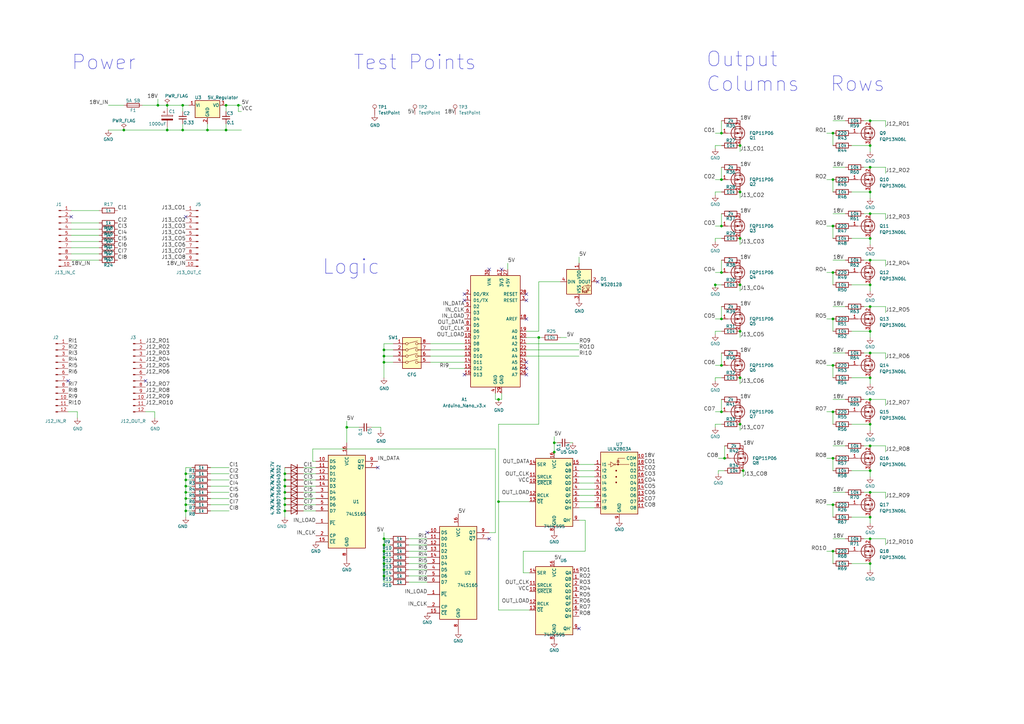
<source format=kicad_sch>
(kicad_sch (version 20211123) (generator eeschema)
  (paper "A3")
  (title_block (title "Afterglow WHITESTAR") (rev "2.1") (company "bitfield labs"))
  (junction (at 303.53 78.74))
  (junction (at 116.84 207.01))
  (junction (at 157.48 231.14))
  (junction (at 97.79 43.18))
  (junction (at 303.53 135.89))
  (junction (at 341.63 111.76))
  (junction (at 303.53 173.99))
  (junction (at 142.24 175.26))
  (junction (at 356.87 106.68))
  (junction (at 74.93 53.34))
  (junction (at 303.53 116.84))
  (junction (at 76.2 196.85))
  (junction (at 341.63 130.81))
  (junction (at 204.47 205.74))
  (junction (at 341.63 92.71))
  (junction (at 295.91 92.71))
  (junction (at 295.91 130.81))
  (junction (at 293.37 116.84))
  (junction (at 356.87 144.78))
  (junction (at 227.33 185.42))
  (junction (at 68.58 43.18))
  (junction (at 227.33 181.61))
  (junction (at 76.2 207.01))
  (junction (at 297.18 187.96))
  (junction (at 341.63 54.61))
  (junction (at 92.71 53.34))
  (junction (at 157.48 226.06))
  (junction (at 341.63 168.91))
  (junction (at 116.84 209.55))
  (junction (at 157.48 236.22))
  (junction (at 76.2 201.93))
  (junction (at 341.63 149.86))
  (junction (at 116.84 194.31))
  (junction (at 356.87 135.89))
  (junction (at 356.87 212.09))
  (junction (at 157.48 223.52))
  (junction (at 157.48 143.51))
  (junction (at 341.63 226.06))
  (junction (at 356.87 201.93))
  (junction (at 356.87 49.53))
  (junction (at 356.87 154.94))
  (junction (at 68.58 53.34))
  (junction (at 295.91 54.61))
  (junction (at 341.63 187.96))
  (junction (at 356.87 87.63))
  (junction (at 341.63 73.66))
  (junction (at 356.87 193.04))
  (junction (at 295.91 111.76))
  (junction (at 356.87 125.73))
  (junction (at 76.2 204.47))
  (junction (at 116.84 201.93))
  (junction (at 356.87 220.98))
  (junction (at 356.87 68.58))
  (junction (at 304.8 193.04))
  (junction (at 116.84 199.39))
  (junction (at 295.91 73.66))
  (junction (at 356.87 59.69))
  (junction (at 157.48 220.98))
  (junction (at 64.77 43.18))
  (junction (at 50.8 53.34))
  (junction (at 303.53 97.79))
  (junction (at 157.48 146.05))
  (junction (at 356.87 182.88))
  (junction (at 76.2 199.39))
  (junction (at 157.48 148.59))
  (junction (at 303.53 154.94))
  (junction (at 116.84 196.85))
  (junction (at 295.91 168.91))
  (junction (at 85.09 53.34))
  (junction (at 356.87 97.79))
  (junction (at 76.2 194.31))
  (junction (at 341.63 207.01))
  (junction (at 116.84 204.47))
  (junction (at 356.87 78.74))
  (junction (at 92.71 43.18))
  (junction (at 356.87 231.14))
  (junction (at 204.47 163.83))
  (junction (at 295.91 149.86))
  (junction (at 356.87 116.84))
  (junction (at 356.87 173.99))
  (junction (at 303.53 59.69))
  (junction (at 157.48 228.6))
  (junction (at 356.87 163.83))
  (junction (at 220.98 138.43))
  (junction (at 157.48 233.68))
  (junction (at 74.93 43.18))
  (junction (at 76.2 209.55))
  (no_connect (at 215.9 148.59))
  (no_connect (at 190.5 153.67))
  (no_connect (at 154.94 191.77))
  (no_connect (at 237.49 257.81))
  (no_connect (at 190.5 120.65))
  (no_connect (at 27.94 156.21))
  (no_connect (at 76.2 88.9))
  (no_connect (at 215.9 123.19))
  (no_connect (at 175.26 218.44))
  (no_connect (at 200.66 220.98))
  (no_connect (at 215.9 151.13))
  (no_connect (at 215.9 120.65))
  (no_connect (at 215.9 153.67))
  (no_connect (at 29.21 88.9))
  (no_connect (at 245.11 115.57))
  (no_connect (at 215.9 130.81))
  (no_connect (at 59.69 156.21))
  (no_connect (at 200.66 110.49))
  (no_connect (at 190.5 123.19))
  (no_connect (at 205.74 110.49))
  (wire (pts (xy 124.46 204.47) (xy 129.54 204.47)))
  (wire (pts (xy 295.91 149.86) (xy 295.91 144.78)))
  (wire (pts (xy 356.87 173.99) (xy 356.87 176.53)))
  (wire (pts (xy 215.9 140.97) (xy 237.49 140.97)))
  (wire (pts (xy 157.48 140.97) (xy 157.48 143.51)))
  (wire (pts (xy 293.37 54.61) (xy 295.91 54.61)))
  (wire (pts (xy 356.87 182.88) (xy 363.22 182.88)))
  (wire (pts (xy 142.24 172.72) (xy 142.24 175.26)))
  (wire (pts (xy 349.25 135.89) (xy 356.87 135.89)))
  (wire (pts (xy 356.87 212.09) (xy 356.87 214.63)))
  (wire (pts (xy 76.2 199.39) (xy 76.2 201.93)))
  (wire (pts (xy 354.33 49.53) (xy 356.87 49.53)))
  (wire (pts (xy 295.91 92.71) (xy 293.37 92.71)))
  (wire (pts (xy 295.91 168.91) (xy 295.91 163.83)))
  (wire (pts (xy 293.37 78.74) (xy 293.37 80.01)))
  (wire (pts (xy 157.48 233.68) (xy 160.02 233.68)))
  (wire (pts (xy 349.25 78.74) (xy 356.87 78.74)))
  (wire (pts (xy 293.37 154.94) (xy 295.91 154.94)))
  (wire (pts (xy 349.25 116.84) (xy 356.87 116.84)))
  (wire (pts (xy 92.71 43.18) (xy 97.79 43.18)))
  (wire (pts (xy 97.79 43.18) (xy 99.06 43.18)))
  (wire (pts (xy 152.4 175.26) (xy 156.21 175.26)))
  (wire (pts (xy 237.49 105.41) (xy 237.49 107.95)))
  (wire (pts (xy 293.37 135.89) (xy 293.37 137.16)))
  (wire (pts (xy 157.48 146.05) (xy 157.48 148.59)))
  (wire (pts (xy 157.48 220.98) (xy 157.48 223.52)))
  (wire (pts (xy 220.98 138.43) (xy 222.25 138.43)))
  (wire (pts (xy 293.37 168.91) (xy 295.91 168.91)))
  (wire (pts (xy 295.91 97.79) (xy 293.37 97.79)))
  (wire (pts (xy 293.37 116.84) (xy 293.37 118.11)))
  (wire (pts (xy 85.09 50.8) (xy 85.09 53.34)))
  (wire (pts (xy 356.87 201.93) (xy 363.22 201.93)))
  (wire (pts (xy 356.87 125.73) (xy 363.22 125.73)))
  (wire (pts (xy 303.53 116.84) (xy 303.53 119.38)))
  (wire (pts (xy 214.63 234.95) (xy 214.63 226.06)))
  (wire (pts (xy 157.48 231.14) (xy 157.48 233.68)))
  (wire (pts (xy 204.47 163.83) (xy 205.74 163.83)))
  (wire (pts (xy 295.91 68.58) (xy 295.91 73.66)))
  (wire (pts (xy 363.22 144.78) (xy 363.22 147.32)))
  (wire (pts (xy 293.37 173.99) (xy 293.37 175.26)))
  (wire (pts (xy 208.28 110.49) (xy 208.28 107.95)))
  (wire (pts (xy 203.2 218.44) (xy 203.2 184.15)))
  (wire (pts (xy 363.22 49.53) (xy 363.22 52.07)))
  (wire (pts (xy 68.58 43.18) (xy 68.58 44.45)))
  (wire (pts (xy 356.87 116.84) (xy 356.87 119.38)))
  (wire (pts (xy 175.26 228.6) (xy 167.64 228.6)))
  (wire (pts (xy 142.24 175.26) (xy 147.32 175.26)))
  (wire (pts (xy 76.2 194.31) (xy 76.2 196.85)))
  (wire (pts (xy 156.21 175.26) (xy 156.21 176.53)))
  (wire (pts (xy 217.17 234.95) (xy 214.63 234.95)))
  (wire (pts (xy 215.9 135.89) (xy 220.98 135.89)))
  (wire (pts (xy 294.64 193.04) (xy 294.64 194.31)))
  (wire (pts (xy 303.53 154.94) (xy 303.53 157.48)))
  (wire (pts (xy 59.69 168.91) (xy 63.5 168.91)))
  (wire (pts (xy 341.63 97.79) (xy 341.63 92.71)))
  (wire (pts (xy 341.63 49.53) (xy 346.71 49.53)))
  (wire (pts (xy 363.22 220.98) (xy 363.22 223.52)))
  (wire (pts (xy 341.63 220.98) (xy 346.71 220.98)))
  (wire (pts (xy 29.21 101.6) (xy 40.64 101.6)))
  (wire (pts (xy 341.63 187.96) (xy 339.09 187.96)))
  (wire (pts (xy 29.21 99.06) (xy 40.64 99.06)))
  (wire (pts (xy 176.53 140.97) (xy 190.5 140.97)))
  (wire (pts (xy 157.48 236.22) (xy 157.48 238.76)))
  (wire (pts (xy 237.49 195.58) (xy 243.84 195.58)))
  (wire (pts (xy 341.63 73.66) (xy 339.09 73.66)))
  (wire (pts (xy 354.33 163.83) (xy 356.87 163.83)))
  (wire (pts (xy 129.54 194.31) (xy 124.46 194.31)))
  (wire (pts (xy 93.98 199.39) (xy 86.36 199.39)))
  (wire (pts (xy 167.64 226.06) (xy 175.26 226.06)))
  (wire (pts (xy 190.5 143.51) (xy 176.53 143.51)))
  (wire (pts (xy 295.91 54.61) (xy 295.91 49.53)))
  (wire (pts (xy 129.54 189.23) (xy 128.27 189.23)))
  (wire (pts (xy 237.49 203.2) (xy 243.84 203.2)))
  (wire (pts (xy 97.79 45.72) (xy 99.06 45.72)))
  (wire (pts (xy 237.49 200.66) (xy 243.84 200.66)))
  (wire (pts (xy 363.22 201.93) (xy 363.22 204.47)))
  (wire (pts (xy 237.49 208.28) (xy 243.84 208.28)))
  (wire (pts (xy 116.84 204.47) (xy 116.84 207.01)))
  (wire (pts (xy 363.22 106.68) (xy 363.22 109.22)))
  (wire (pts (xy 346.71 125.73) (xy 341.63 125.73)))
  (wire (pts (xy 341.63 130.81) (xy 339.09 130.81)))
  (wire (pts (xy 237.49 190.5) (xy 243.84 190.5)))
  (wire (pts (xy 116.84 196.85) (xy 116.84 199.39)))
  (wire (pts (xy 205.74 163.83) (xy 205.74 161.29)))
  (wire (pts (xy 161.29 146.05) (xy 157.48 146.05)))
  (wire (pts (xy 161.29 143.51) (xy 157.48 143.51)))
  (wire (pts (xy 124.46 191.77) (xy 129.54 191.77)))
  (wire (pts (xy 295.91 73.66) (xy 293.37 73.66)))
  (wire (pts (xy 76.2 209.55) (xy 78.74 209.55)))
  (wire (pts (xy 74.93 43.18) (xy 77.47 43.18)))
  (wire (pts (xy 76.2 201.93) (xy 78.74 201.93)))
  (wire (pts (xy 237.49 143.51) (xy 215.9 143.51)))
  (wire (pts (xy 29.21 104.14) (xy 40.64 104.14)))
  (wire (pts (xy 341.63 59.69) (xy 341.63 54.61)))
  (wire (pts (xy 129.54 196.85) (xy 124.46 196.85)))
  (wire (pts (xy 227.33 181.61) (xy 227.33 185.42)))
  (wire (pts (xy 356.87 173.99) (xy 349.25 173.99)))
  (wire (pts (xy 176.53 146.05) (xy 190.5 146.05)))
  (wire (pts (xy 31.75 168.91) (xy 31.75 171.45)))
  (wire (pts (xy 240.03 213.36) (xy 237.49 213.36)))
  (wire (pts (xy 29.21 96.52) (xy 40.64 96.52)))
  (wire (pts (xy 175.26 238.76) (xy 167.64 238.76)))
  (wire (pts (xy 116.84 201.93) (xy 116.84 204.47)))
  (wire (pts (xy 227.33 181.61) (xy 227.33 179.07)))
  (wire (pts (xy 356.87 154.94) (xy 356.87 157.48)))
  (wire (pts (xy 129.54 201.93) (xy 124.46 201.93)))
  (wire (pts (xy 63.5 168.91) (xy 63.5 171.45)))
  (wire (pts (xy 341.63 212.09) (xy 341.63 207.01)))
  (wire (pts (xy 229.87 138.43) (xy 232.41 138.43)))
  (wire (pts (xy 204.47 250.19) (xy 204.47 205.74)))
  (wire (pts (xy 157.48 223.52) (xy 157.48 226.06)))
  (wire (pts (xy 64.77 40.64) (xy 64.77 43.18)))
  (wire (pts (xy 363.22 87.63) (xy 363.22 90.17)))
  (wire (pts (xy 346.71 106.68) (xy 341.63 106.68)))
  (wire (pts (xy 341.63 111.76) (xy 339.09 111.76)))
  (wire (pts (xy 68.58 53.34) (xy 74.93 53.34)))
  (wire (pts (xy 297.18 187.96) (xy 294.64 187.96)))
  (wire (pts (xy 354.33 220.98) (xy 356.87 220.98)))
  (wire (pts (xy 74.93 43.18) (xy 74.93 45.72)))
  (wire (pts (xy 92.71 43.18) (xy 92.71 45.72)))
  (wire (pts (xy 157.48 218.44) (xy 157.48 220.98)))
  (wire (pts (xy 29.21 93.98) (xy 40.64 93.98)))
  (wire (pts (xy 175.26 233.68) (xy 167.64 233.68)))
  (wire (pts (xy 91.44 43.18) (xy 92.71 43.18)))
  (wire (pts (xy 356.87 231.14) (xy 356.87 233.68)))
  (wire (pts (xy 116.84 199.39) (xy 116.84 201.93)))
  (wire (pts (xy 215.9 146.05) (xy 237.49 146.05)))
  (wire (pts (xy 233.68 181.61) (xy 234.95 181.61)))
  (wire (pts (xy 128.27 184.15) (xy 203.2 184.15)))
  (wire (pts (xy 294.64 193.04) (xy 297.18 193.04)))
  (wire (pts (xy 356.87 163.83) (xy 363.22 163.83)))
  (wire (pts (xy 86.36 201.93) (xy 93.98 201.93)))
  (wire (pts (xy 86.36 194.31) (xy 93.98 194.31)))
  (wire (pts (xy 190.5 151.13) (xy 184.15 151.13)))
  (wire (pts (xy 58.42 43.18) (xy 64.77 43.18)))
  (wire (pts (xy 157.48 228.6) (xy 157.48 231.14)))
  (wire (pts (xy 341.63 54.61) (xy 339.09 54.61)))
  (wire (pts (xy 354.33 182.88) (xy 356.87 182.88)))
  (wire (pts (xy 354.33 125.73) (xy 356.87 125.73)))
  (wire (pts (xy 157.48 148.59) (xy 157.48 154.94)))
  (wire (pts (xy 157.48 143.51) (xy 157.48 146.05)))
  (wire (pts (xy 341.63 130.81) (xy 341.63 135.89)))
  (wire (pts (xy 50.8 43.18) (xy 44.45 43.18)))
  (wire (pts (xy 128.27 189.23) (xy 128.27 184.15)))
  (wire (pts (xy 295.91 125.73) (xy 295.91 130.81)))
  (wire (pts (xy 341.63 149.86) (xy 339.09 149.86)))
  (wire (pts (xy 204.47 173.99) (xy 204.47 205.74)))
  (wire (pts (xy 243.84 198.12) (xy 237.49 198.12)))
  (wire (pts (xy 354.33 68.58) (xy 356.87 68.58)))
  (wire (pts (xy 76.2 207.01) (xy 78.74 207.01)))
  (wire (pts (xy 341.63 226.06) (xy 339.09 226.06)))
  (wire (pts (xy 349.25 154.94) (xy 356.87 154.94)))
  (wire (pts (xy 356.87 135.89) (xy 356.87 138.43)))
  (wire (pts (xy 341.63 144.78) (xy 346.71 144.78)))
  (wire (pts (xy 341.63 87.63) (xy 346.71 87.63)))
  (wire (pts (xy 93.98 207.01) (xy 86.36 207.01)))
  (wire (pts (xy 157.48 226.06) (xy 157.48 228.6)))
  (wire (pts (xy 116.84 191.77) (xy 116.84 194.31)))
  (wire (pts (xy 86.36 191.77) (xy 93.98 191.77)))
  (wire (pts (xy 76.2 196.85) (xy 78.74 196.85)))
  (wire (pts (xy 29.21 86.36) (xy 40.64 86.36)))
  (wire (pts (xy 76.2 196.85) (xy 76.2 199.39)))
  (wire (pts (xy 341.63 168.91) (xy 339.09 168.91)))
  (wire (pts (xy 295.91 130.81) (xy 293.37 130.81)))
  (wire (pts (xy 50.8 53.34) (xy 68.58 53.34)))
  (wire (pts (xy 227.33 181.61) (xy 228.6 181.61)))
  (wire (pts (xy 341.63 163.83) (xy 346.71 163.83)))
  (wire (pts (xy 124.46 209.55) (xy 129.54 209.55)))
  (wire (pts (xy 220.98 115.57) (xy 229.87 115.57)))
  (wire (pts (xy 86.36 209.55) (xy 93.98 209.55)))
  (wire (pts (xy 161.29 140.97) (xy 157.48 140.97)))
  (wire (pts (xy 220.98 135.89) (xy 220.98 115.57)))
  (wire (pts (xy 356.87 193.04) (xy 356.87 195.58)))
  (wire (pts (xy 74.93 50.8) (xy 74.93 53.34)))
  (wire (pts (xy 68.58 52.07) (xy 68.58 53.34)))
  (wire (pts (xy 341.63 149.86) (xy 341.63 154.94)))
  (wire (pts (xy 157.48 226.06) (xy 160.02 226.06)))
  (wire (pts (xy 303.53 173.99) (xy 303.53 176.53)))
  (wire (pts (xy 354.33 106.68) (xy 356.87 106.68)))
  (wire (pts (xy 85.09 53.34) (xy 92.71 53.34)))
  (wire (pts (xy 160.02 223.52) (xy 157.48 223.52)))
  (wire (pts (xy 29.21 106.68) (xy 40.64 106.68)))
  (wire (pts (xy 349.25 193.04) (xy 356.87 193.04)))
  (wire (pts (xy 97.79 43.18) (xy 97.79 45.72)))
  (wire (pts (xy 341.63 92.71) (xy 339.09 92.71)))
  (wire (pts (xy 297.18 182.88) (xy 297.18 187.96)))
  (wire (pts (xy 349.25 97.79) (xy 356.87 97.79)))
  (wire (pts (xy 356.87 97.79) (xy 356.87 100.33)))
  (wire (pts (xy 356.87 106.68) (xy 363.22 106.68)))
  (wire (pts (xy 160.02 220.98) (xy 157.48 220.98)))
  (wire (pts (xy 293.37 154.94) (xy 293.37 156.21)))
  (wire (pts (xy 295.91 135.89) (xy 293.37 135.89)))
  (wire (pts (xy 214.63 226.06) (xy 240.03 226.06)))
  (wire (pts (xy 341.63 231.14) (xy 341.63 226.06)))
  (wire (pts (xy 92.71 53.34) (xy 99.06 53.34)))
  (wire (pts (xy 92.71 53.34) (xy 92.71 50.8)))
  (wire (pts (xy 354.33 87.63) (xy 356.87 87.63)))
  (wire (pts (xy 27.94 168.91) (xy 31.75 168.91)))
  (wire (pts (xy 363.22 182.88) (xy 363.22 185.42)))
  (wire (pts (xy 341.63 182.88) (xy 346.71 182.88)))
  (wire (pts (xy 74.93 53.34) (xy 85.09 53.34)))
  (wire (pts (xy 341.63 173.99) (xy 341.63 168.91)))
  (wire (pts (xy 295.91 59.69) (xy 293.37 59.69)))
  (wire (pts (xy 356.87 68.58) (xy 363.22 68.58)))
  (wire (pts (xy 129.54 207.01) (xy 124.46 207.01)))
  (wire (pts (xy 341.63 68.58) (xy 346.71 68.58)))
  (wire (pts (xy 76.2 191.77) (xy 76.2 194.31)))
  (wire (pts (xy 295.91 173.99) (xy 293.37 173.99)))
  (wire (pts (xy 295.91 87.63) (xy 295.91 92.71)))
  (wire (pts (xy 356.87 220.98) (xy 363.22 220.98)))
  (wire (pts (xy 167.64 236.22) (xy 175.26 236.22)))
  (wire (pts (xy 356.87 78.74) (xy 356.87 81.28)))
  (wire (pts (xy 203.2 163.83) (xy 204.47 163.83)))
  (wire (pts (xy 356.87 87.63) (xy 363.22 87.63)))
  (wire (pts (xy 116.84 207.01) (xy 116.84 209.55)))
  (wire (pts (xy 142.24 175.26) (xy 142.24 181.61)))
  (wire (pts (xy 243.84 193.04) (xy 237.49 193.04)))
  (wire (pts (xy 363.22 125.73) (xy 363.22 128.27)))
  (wire (pts (xy 116.84 194.31) (xy 116.84 196.85)))
  (wire (pts (xy 76.2 199.39) (xy 78.74 199.39)))
  (wire (pts (xy 363.22 68.58) (xy 363.22 71.12)))
  (wire (pts (xy 64.77 43.18) (xy 68.58 43.18)))
  (wire (pts (xy 295.91 111.76) (xy 293.37 111.76)))
  (wire (pts (xy 356.87 144.78) (xy 363.22 144.78)))
  (wire (pts (xy 200.66 218.44) (xy 203.2 218.44)))
  (wire (pts (xy 203.2 161.29) (xy 203.2 163.83)))
  (wire (pts (xy 29.21 91.44) (xy 40.64 91.44)))
  (wire (pts (xy 303.53 135.89) (xy 303.53 138.43)))
  (wire (pts (xy 167.64 231.14) (xy 175.26 231.14)))
  (wire (pts (xy 76.2 204.47) (xy 78.74 204.47)))
  (wire (pts (xy 78.74 194.31) (xy 76.2 194.31)))
  (wire (pts (xy 76.2 201.93) (xy 76.2 204.47)))
  (wire (pts (xy 354.33 144.78) (xy 356.87 144.78)))
  (wire (pts (xy 303.53 97.79) (xy 303.53 100.33)))
  (wire (pts (xy 295.91 78.74) (xy 293.37 78.74)))
  (wire (pts (xy 217.17 205.74) (xy 204.47 205.74)))
  (wire (pts (xy 341.63 207.01) (xy 339.09 207.01)))
  (wire (pts (xy 161.29 148.59) (xy 157.48 148.59)))
  (wire (pts (xy 293.37 97.79) (xy 293.37 99.06)))
  (wire (pts (xy 240.03 226.06) (xy 240.03 213.36)))
  (wire (pts (xy 157.48 228.6) (xy 160.02 228.6)))
  (wire (pts (xy 76.2 191.77) (xy 78.74 191.77)))
  (wire (pts (xy 175.26 223.52) (xy 167.64 223.52)))
  (wire (pts (xy 293.37 116.84) (xy 295.91 116.84)))
  (wire (pts (xy 304.8 193.04) (xy 304.8 195.58)))
  (wire (pts (xy 349.25 231.14) (xy 356.87 231.14)))
  (wire (pts (xy 220.98 173.99) (xy 204.47 173.99)))
  (wire (pts (xy 293.37 149.86) (xy 295.91 149.86)))
  (wire (pts (xy 349.25 212.09) (xy 356.87 212.09)))
  (wire (pts (xy 349.25 59.69) (xy 356.87 59.69)))
  (wire (pts (xy 86.36 196.85) (xy 93.98 196.85)))
  (wire (pts (xy 303.53 59.69) (xy 303.53 62.23)))
  (wire (pts (xy 116.84 209.55) (xy 116.84 212.09)))
  (wire (pts (xy 190.5 148.59) (xy 176.53 148.59)))
  (wire (pts (xy 356.87 49.53) (xy 363.22 49.53)))
  (wire (pts (xy 363.22 163.83) (xy 363.22 166.37)))
  (wire (pts (xy 356.87 59.69) (xy 356.87 62.23)))
  (wire (pts (xy 293.37 59.69) (xy 293.37 60.96)))
  (wire (pts (xy 76.2 204.47) (xy 76.2 207.01)))
  (wire (pts (xy 68.58 43.18) (xy 74.93 43.18)))
  (wire (pts (xy 341.63 111.76) (xy 341.63 116.84)))
  (wire (pts (xy 220.98 138.43) (xy 220.98 173.99)))
  (wire (pts (xy 204.47 250.19) (xy 217.17 250.19)))
  (wire (pts (xy 227.33 185.42) (xy 227.33 187.96)))
  (wire (pts (xy 341.63 193.04) (xy 341.63 187.96)))
  (wire (pts (xy 157.48 233.68) (xy 157.48 236.22)))
  (wire (pts (xy 157.48 238.76) (xy 160.02 238.76)))
  (wire (pts (xy 295.91 106.68) (xy 295.91 111.76)))
  (wire (pts (xy 93.98 204.47) (xy 86.36 204.47)))
  (wire (pts (xy 167.64 220.98) (xy 175.26 220.98)))
  (wire (pts (xy 76.2 207.01) (xy 76.2 209.55)))
  (wire (pts (xy 157.48 231.14) (xy 160.02 231.14)))
  (wire (pts (xy 215.9 138.43) (xy 220.98 138.43)))
  (wire (pts (xy 44.45 53.34) (xy 50.8 53.34)))
  (wire (pts (xy 243.84 205.74) (xy 237.49 205.74)))
  (wire (pts (xy 303.53 78.74) (xy 303.53 81.28)))
  (wire (pts (xy 76.2 209.55) (xy 76.2 212.09)))
  (wire (pts (xy 124.46 199.39) (xy 129.54 199.39)))
  (wire (pts (xy 354.33 201.93) (xy 356.87 201.93)))
  (wire (pts (xy 341.63 78.74) (xy 341.63 73.66)))
  (wire (pts (xy 341.63 201.93) (xy 346.71 201.93)))
  (wire (pts (xy 157.48 236.22) (xy 160.02 236.22)))
  (text "Test Points" (at 144.78 29.21 0) (effects (font (size 5.9944 5.9944)) (justify left bottom)))
  (text "Power" (at 29.21 29.21 0) (effects (font (size 5.9944 5.9944)) (justify left bottom)))
  (text "Columns" (at 289.56 38.1 0) (effects (font (size 5.9944 5.9944)) (justify left bottom)))
  (text "Output" (at 289.56 27.94 0) (effects (font (size 5.9944 5.9944)) (justify left bottom)))
  (text "Logic" (at 132.08 113.03 0) (effects (font (size 5.9944 5.9944)) (justify left bottom)))
  (text "Rows" (at 340.36 38.1 0) (effects (font (size 5.9944 5.9944)) (justify left bottom)))
  (label "CI7" (at 48.26 104.14 0) (effects (font (size 1.524 1.524))))
  (label "18V" (at 64.77 40.64 180) (effects (font (size 1.524 1.524))))
  (label "18V" (at 303.53 49.53 0) (effects (font (size 1.524 1.524))))
  (label "RO1O" (at 339.09 226.06 180) (effects (font (size 1.524 1.524))))
  (label "18V_IN" (at 44.45 43.18 180) (effects (font (size 1.524 1.524))))
  (label "CI8" (at 93.98 209.55 0) (effects (font (size 1.524 1.524))))
  (label "18V" (at 303.53 163.83 0) (effects (font (size 1.524 1.524))))
  (label "CI5" (at 124.46 201.93 0) (effects (font (size 1.524 1.524))))
  (label "5V" (at 227.33 229.87 0) (effects (font (size 1.524 1.524))))
  (label "J13_CO5" (at 303.53 138.43 0) (effects (font (size 1.524 1.524))))
  (label "J12_RO4" (at 363.22 109.22 0) (effects (font (size 1.524 1.524))))
  (label "18V" (at 264.16 187.96 0) (effects (font (size 1.524 1.524))))
  (label "18V" (at 303.53 87.63 0) (effects (font (size 1.524 1.524))))
  (label "J13_CO1" (at 76.2 86.36 180) (effects (font (size 1.524 1.524))))
  (label "18V" (at 341.63 144.78 0) (effects (font (size 1.524 1.524))))
  (label "18V" (at 341.63 87.63 0) (effects (font (size 1.524 1.524))))
  (label "RI3" (at 171.45 226.06 0) (effects (font (size 1.524 1.524))))
  (label "CI4" (at 124.46 199.39 0) (effects (font (size 1.524 1.524))))
  (label "CI7" (at 124.46 207.01 0) (effects (font (size 1.524 1.524))))
  (label "RI1" (at 171.45 220.98 0) (effects (font (size 1.524 1.524))))
  (label "OUT_CLK" (at 217.17 240.03 180) (effects (font (size 1.524 1.524))))
  (label "OUT_LOAD" (at 217.17 203.2 180) (effects (font (size 1.524 1.524))))
  (label "J12_RO6" (at 363.22 147.32 0) (effects (font (size 1.524 1.524))))
  (label "RI3" (at 27.94 146.05 0) (effects (font (size 1.524 1.524))))
  (label "RI10" (at 27.94 166.37 0) (effects (font (size 1.524 1.524))))
  (label "CI5" (at 93.98 201.93 0) (effects (font (size 1.524 1.524))))
  (label "RO2" (at 237.49 237.49 0) (effects (font (size 1.524 1.524))))
  (label "J12_RO9" (at 363.22 204.47 0) (effects (font (size 1.524 1.524))))
  (label "RI5" (at 171.45 231.14 0) (effects (font (size 1.524 1.524))))
  (label "18V" (at 186.69 46.99 180) (effects (font (size 1.524 1.524))))
  (label "18V" (at 341.63 49.53 0) (effects (font (size 1.524 1.524))))
  (label "RO9" (at 237.49 140.97 0) (effects (font (size 1.524 1.524))))
  (label "RI2" (at 27.94 143.51 0) (effects (font (size 1.524 1.524))))
  (label "J12_RO5" (at 363.22 128.27 0) (effects (font (size 1.524 1.524))))
  (label "J13_CO8" (at 304.8 195.58 0) (effects (font (size 1.524 1.524))))
  (label "RO1O" (at 237.49 143.51 0) (effects (font (size 1.524 1.524))))
  (label "OUT_LOAD" (at 217.17 247.65 180) (effects (font (size 1.524 1.524))))
  (label "RO9" (at 339.09 207.01 180) (effects (font (size 1.524 1.524))))
  (label "RI8" (at 171.45 238.76 0) (effects (font (size 1.524 1.524))))
  (label "CI3" (at 48.26 93.98 0) (effects (font (size 1.524 1.524))))
  (label "CI1" (at 93.98 191.77 0) (effects (font (size 1.524 1.524))))
  (label "J12_RO5" (at 59.69 151.13 0) (effects (font (size 1.524 1.524))))
  (label "RO5" (at 339.09 130.81 180) (effects (font (size 1.524 1.524))))
  (label "CO4" (at 293.37 111.76 180) (effects (font (size 1.524 1.524))))
  (label "RI7" (at 171.45 236.22 0) (effects (font (size 1.524 1.524))))
  (label "J12_RO10" (at 363.22 223.52 0) (effects (font (size 1.524 1.524))))
  (label "CI4" (at 48.26 96.52 0) (effects (font (size 1.524 1.524))))
  (label "IN_LOAD" (at 129.54 214.63 180) (effects (font (size 1.524 1.524))))
  (label "VCC" (at 217.17 242.57 180) (effects (font (size 1.524 1.524))))
  (label "OUT_DATA" (at 217.17 190.5 180) (effects (font (size 1.524 1.524))))
  (label "CO5" (at 293.37 130.81 180) (effects (font (size 1.524 1.524))))
  (label "J13_CO2" (at 76.2 91.44 180) (effects (font (size 1.524 1.524))))
  (label "RO7" (at 237.49 250.19 0) (effects (font (size 1.524 1.524))))
  (label "RO8" (at 237.49 252.73 0) (effects (font (size 1.524 1.524))))
  (label "J12_RO8" (at 363.22 185.42 0) (effects (font (size 1.524 1.524))))
  (label "5V" (at 157.48 218.44 180) (effects (font (size 1.524 1.524))))
  (label "18V" (at 341.63 125.73 0) (effects (font (size 1.524 1.524))))
  (label "18V" (at 341.63 106.68 0) (effects (font (size 1.524 1.524))))
  (label "J13_CO6" (at 76.2 101.6 180) (effects (font (size 1.524 1.524))))
  (label "RO2" (at 339.09 73.66 180) (effects (font (size 1.524 1.524))))
  (label "RI10" (at 237.49 146.05 0) (effects (font (size 1.524 1.524))))
  (label "VCC" (at 99.06 45.72 0) (effects (font (size 1.524 1.524))))
  (label "IN_DATA" (at 154.94 189.23 0) (effects (font (size 1.524 1.524))))
  (label "5V" (at 232.41 138.43 0) (effects (font (size 1.524 1.524))))
  (label "CI1" (at 48.26 86.36 0) (effects (font (size 1.524 1.524))))
  (label "J13_CO6" (at 303.53 157.48 0) (effects (font (size 1.524 1.524))))
  (label "RI9" (at 27.94 163.83 0) (effects (font (size 1.524 1.524))))
  (label "J12_RO8" (at 59.69 161.29 0) (effects (font (size 1.524 1.524))))
  (label "J13_CO8" (at 76.2 106.68 180) (effects (font (size 1.524 1.524))))
  (label "18V_IN" (at 29.21 109.22 0) (effects (font (size 1.524 1.524))))
  (label "RO7" (at 339.09 168.91 180) (effects (font (size 1.524 1.524))))
  (label "IN_CLK" (at 175.26 248.92 180) (effects (font (size 1.524 1.524))))
  (label "18V" (at 341.63 68.58 0) (effects (font (size 1.524 1.524))))
  (label "CO8" (at 294.64 187.96 180) (effects (font (size 1.524 1.524))))
  (label "RI4" (at 27.94 148.59 0) (effects (font (size 1.524 1.524))))
  (label "J13_CO1" (at 303.53 62.23 0) (effects (font (size 1.524 1.524))))
  (label "RI1" (at 27.94 140.97 0) (effects (font (size 1.524 1.524))))
  (label "CO8" (at 264.16 208.28 0) (effects (font (size 1.524 1.524))))
  (label "RI2" (at 171.45 223.52 0) (effects (font (size 1.524 1.524))))
  (label "CO1" (at 264.16 190.5 0) (effects (font (size 1.524 1.524))))
  (label "RO4" (at 237.49 242.57 0) (effects (font (size 1.524 1.524))))
  (label "J13_CO7" (at 76.2 104.14 180) (effects (font (size 1.524 1.524))))
  (label "18V" (at 341.63 201.93 0) (effects (font (size 1.524 1.524))))
  (label "J13_CO4" (at 76.2 96.52 180) (effects (font (size 1.524 1.524))))
  (label "CI7" (at 93.98 207.01 0) (effects (font (size 1.524 1.524))))
  (label "CO4" (at 264.16 198.12 0) (effects (font (size 1.524 1.524))))
  (label "RO3" (at 339.09 92.71 180) (effects (font (size 1.524 1.524))))
  (label "CI4" (at 93.98 199.39 0) (effects (font (size 1.524 1.524))))
  (label "18V" (at 341.63 220.98 0) (effects (font (size 1.524 1.524))))
  (label "CI3" (at 124.46 196.85 0) (effects (font (size 1.524 1.524))))
  (label "18V" (at 303.53 106.68 0) (effects (font (size 1.524 1.524))))
  (label "5V" (at 237.49 105.41 0) (effects (font (size 1.524 1.524))))
  (label "J12_RO3" (at 363.22 90.17 0) (effects (font (size 1.524 1.524))))
  (label "RO1" (at 237.49 234.95 0) (effects (font (size 1.524 1.524))))
  (label "RI6" (at 27.94 153.67 0) (effects (font (size 1.524 1.524))))
  (label "5V" (at 208.28 107.95 0) (effects (font (size 1.524 1.524))))
  (label "RO3" (at 237.49 240.03 0) (effects (font (size 1.524 1.524))))
  (label "RI4" (at 171.45 228.6 0) (effects (font (size 1.524 1.524))))
  (label "RO6" (at 237.49 247.65 0) (effects (font (size 1.524 1.524))))
  (label "18V" (at 304.8 182.88 0) (effects (font (size 1.524 1.524))))
  (label "J13_CO3" (at 303.53 100.33 0) (effects (font (size 1.524 1.524))))
  (label "IN_CLK" (at 129.54 219.71 180) (effects (font (size 1.524 1.524))))
  (label "J12_RO6" (at 59.69 153.67 0) (effects (font (size 1.524 1.524))))
  (label "IN_CLK" (at 190.5 128.27 180) (effects (font (size 1.524 1.524))))
  (label "CO7" (at 264.16 205.74 0) (effects (font (size 1.524 1.524))))
  (label "IN_DATA" (at 190.5 125.73 180) (effects (font (size 1.524 1.524))))
  (label "J12_RO7" (at 59.69 158.75 0) (effects (font (size 1.524 1.524))))
  (label "RO4" (at 339.09 111.76 180) (effects (font (size 1.524 1.524))))
  (label "18V" (at 303.53 68.58 0) (effects (font (size 1.524 1.524))))
  (label "VCC" (at 217.17 198.12 180) (effects (font (size 1.524 1.524))))
  (label "RI5" (at 27.94 151.13 0) (effects (font (size 1.524 1.524))))
  (label "5V" (at 142.24 172.72 0) (effects (font (size 1.524 1.524))))
  (label "CO3" (at 264.16 195.58 0) (effects (font (size 1.524 1.524))))
  (label "CI2" (at 48.26 91.44 0) (effects (font (size 1.524 1.524))))
  (label "CO7" (at 293.37 168.91 180) (effects (font (size 1.524 1.524))))
  (label "RI8" (at 27.94 161.29 0) (effects (font (size 1.524 1.524))))
  (label "CI6" (at 48.26 101.6 0) (effects (font (size 1.524 1.524))))
  (label "J13_CO2" (at 303.53 81.28 0) (effects (font (size 1.524 1.524))))
  (label "CO6" (at 264.16 203.2 0) (effects (font (size 1.524 1.524))))
  (label "RI9" (at 184.15 151.13 180) (effects (font (size 1.524 1.524))))
  (label "CI8" (at 48.26 106.68 0) (effects (font (size 1.524 1.524))))
  (label "RI7" (at 27.94 158.75 0) (effects (font (size 1.524 1.524))))
  (label "CO1" (at 293.37 54.61 180) (effects (font (size 1.524 1.524))))
  (label "J12_RO2" (at 59.69 143.51 0) (effects (font (size 1.524 1.524))))
  (label "CI2" (at 93.98 194.31 0) (effects (font (size 1.524 1.524))))
  (label "RO8" (at 339.09 187.96 180) (effects (font (size 1.524 1.524))))
  (label "J13_CO4" (at 303.53 119.38 0) (effects (font (size 1.524 1.524))))
  (label "J12_RO9" (at 59.69 163.83 0) (effects (font (size 1.524 1.524))))
  (label "RI6" (at 171.45 233.68 0) (effects (font (size 1.524 1.524))))
  (label "CI8" (at 124.46 209.55 0) (effects (font (size 1.524 1.524))))
  (label "18V" (at 303.53 144.78 0) (effects (font (size 1.524 1.524))))
  (label "CI2" (at 124.46 194.31 0) (effects (font (size 1.524 1.524))))
  (label "J12_RO1" (at 59.69 140.97 0) (effects (font (size 1.524 1.524))))
  (label "CI3" (at 93.98 196.85 0) (effects (font (size 1.524 1.524))))
  (label "J12_RO2" (at 363.22 71.12 0) (effects (font (size 1.524 1.524))))
  (label "CI6" (at 124.46 204.47 0) (effects (font (size 1.524 1.524))))
  (label "18V" (at 341.63 163.83 0) (effects (font (size 1.524 1.524))))
  (label "CO3" (at 293.37 92.71 180) (effects (font (size 1.524 1.524))))
  (label "CI6" (at 93.98 204.47 0) (effects (font (size 1.524 1.524))))
  (label "5V" (at 187.96 210.82 0) (effects (font (size 1.524 1.524))))
  (label "CI1" (at 124.46 191.77 0) (effects (font (size 1.524 1.524))))
  (label "5V" (at 170.18 46.99 180) (effects (font (size 1.524 1.524))))
  (label "J12_RO4" (at 59.69 148.59 0) (effects (font (size 1.524 1.524))))
  (label "OUT_LOAD" (at 190.5 138.43 180) (effects (font (size 1.524 1.524))))
  (label "J13_CO5" (at 76.2 99.06 180) (effects (font (size 1.524 1.524))))
  (label "RO5" (at 237.49 245.11 0) (effects (font (size 1.524 1.524))))
  (label "CO2" (at 264.16 193.04 0) (effects (font (size 1.524 1.524))))
  (label "OUT_CLK" (at 190.5 135.89 180) (effects (font (size 1.524 1.524))))
  (label "OUT_DATA" (at 190.5 133.35 180) (effects (font (size 1.524 1.524))))
  (label "J13_CO7" (at 303.53 176.53 0) (effects (font (size 1.524 1.524))))
  (label "OUT_CLK" (at 217.17 195.58 180) (effects (font (size 1.524 1.524))))
  (label "5V" (at 99.06 43.18 0) (effects (font (size 1.524 1.524))))
  (label "RO6" (at 339.09 149.86 180) (effects (font (size 1.524 1.524))))
  (label "CO2" (at 293.37 73.66 180) (effects (font (size 1.524 1.524))))
  (label "J12_RO1" (at 363.22 52.07 0) (effects (font (size 1.524 1.524))))
  (label "18V" (at 303.53 125.73 0) (effects (font (size 1.524 1.524))))
  (label "CI5" (at 48.26 99.06 0) (effects (font (size 1.524 1.524))))
  (label "J12_RO3" (at 59.69 146.05 0) (effects (font (size 1.524 1.524))))
  (label "18V_IN" (at 76.2 109.22 180) (effects (font (size 1.524 1.524))))
  (label "J12_RO7" (at 363.22 166.37 0) (effects (font (size 1.524 1.524))))
  (label "J13_CO3" (at 76.2 93.98 180) (effects (font (size 1.524 1.524))))
  (label "5V" (at 227.33 179.07 0) (effects (font (size 1.524 1.524))))
  (label "J12_RO10" (at 59.69 166.37 0) (effects (font (size 1.524 1.524))))
  (label "IN_LOAD" (at 190.5 130.81 180) (effects (font (size 1.524 1.524))))
  (label "18V" (at 341.63 182.88 0) (effects (font (size 1.524 1.524))))
  (label "IN_LOAD" (at 175.26 243.84 180) (effects (font (size 1.524 1.524))))
  (label "RO1" (at 339.09 54.61 180) (effects (font (size 1.524 1.524))))
  (label "CO5" (at 264.16 200.66 0) (effects (font (size 1.524 1.524))))
  (label "CO6" (at 293.37 149.86 180) (effects (font (size 1.524 1.524))))
  (symbol (lib_id "Connector:Conn_01x10_Male") (at 24.13 96.52 0) (unit 1)
    (property "Reference" "J1" (at 24.13 83.82 0))
    (property "Value" "J13_IN_C" (at 26.67 111.76 0))
    (property "Footprint" "Connectors_Molex:Molex_KK-41791-10_10x3.96mm_Straight" (effects hide))
  )
  (symbol (lib_id "Connector:Conn_01x10_Male") (at 81.28 96.52 0) (mirror y) (unit 1)
    (property "Reference" "J5" (at 81.28 83.82 0))
    (property "Value" "J13_OUT_C" (at 77.47 111.76 0))
    (property "Footprint" "Connectors_Molex:Molex_KK-41791-10_10x3.96mm_Straight" (effects hide))
  )
  (symbol (lib_id "Device:Fuse") (at 54.61 43.18 270) (unit 1)
    (property "Reference" "F1" (at 54.61 45.212 90))
    (property "Value" "5A SB" (at 54.61 41.275 90))
    (property "Footprint" "Fuse_Holders_and_Fuses:Fuseholder5x20_horiz_open_lateral_Type-II" (effects hide))
  )
  (symbol (lib_id "Device:R") (at 44.45 86.36 270) (unit 1)
    (property "Reference" "R17" (at 44.45 83.82 90))
    (property "Value" "1k" (at 44.45 86.36 90))
    (property "Footprint" "Resistors_SMD:R_0805_HandSoldering" (effects hide))
    (property "JLCPCB" "C95781" (effects hide))
  )
  (symbol (lib_id "Device:R") (at 44.45 91.44 270) (unit 1)
    (property "Reference" "R18" (at 44.45 93.472 90))
    (property "Value" "1k" (at 44.45 91.44 90))
    (property "Footprint" "Resistors_SMD:R_0805_HandSoldering" (effects hide))
    (property "JLCPCB" "C95781" (effects hide))
  )
  (symbol (lib_id "Device:R") (at 44.45 93.98 270) (unit 1)
    (property "Reference" "R19" (at 44.45 96.012 90))
    (property "Value" "1k" (at 44.45 93.98 90))
    (property "Footprint" "Resistors_SMD:R_0805_HandSoldering" (effects hide))
    (property "JLCPCB" "C95781" (effects hide))
  )
  (symbol (lib_id "Device:R") (at 44.45 96.52 270) (unit 1)
    (property "Reference" "R20" (at 44.45 98.552 90))
    (property "Value" "1k" (at 44.45 96.52 90))
    (property "Footprint" "Resistors_SMD:R_0805_HandSoldering" (effects hide))
    (property "JLCPCB" "C95781" (effects hide))
  )
  (symbol (lib_id "Device:R") (at 44.45 99.06 270) (unit 1)
    (property "Reference" "R21" (at 44.45 101.092 90))
    (property "Value" "1k" (at 44.45 99.06 90))
    (property "Footprint" "Resistors_SMD:R_0805_HandSoldering" (effects hide))
    (property "JLCPCB" "C95781" (effects hide))
  )
  (symbol (lib_id "Device:R") (at 44.45 101.6 270) (unit 1)
    (property "Reference" "R22" (at 44.45 103.632 90))
    (property "Value" "1k" (at 44.45 101.6 90))
    (property "Footprint" "Resistors_SMD:R_0805_HandSoldering" (effects hide))
    (property "JLCPCB" "C95781" (effects hide))
  )
  (symbol (lib_id "Device:R") (at 44.45 104.14 270) (unit 1)
    (property "Reference" "R23" (at 44.45 106.172 90))
    (property "Value" "1k" (at 44.45 104.14 90))
    (property "Footprint" "Resistors_SMD:R_0805_HandSoldering" (effects hide))
    (property "JLCPCB" "C95781" (effects hide))
  )
  (symbol (lib_id "Device:R") (at 44.45 106.68 270) (unit 1)
    (property "Reference" "R24" (at 44.45 108.712 90))
    (property "Value" "1k" (at 44.45 106.68 90))
    (property "Footprint" "Resistors_SMD:R_0805_HandSoldering" (effects hide))
    (property "JLCPCB" "C95781" (effects hide))
  )
  (symbol (lib_id "Regulator_Linear:LM7805_TO220") (at 85.09 43.18 0) (unit 1)
    (property "Reference" "U3" (at 81.28 40.005 0))
    (property "Value" "5V_Regulator" (at 85.09 40.005 0) (effects (justify left)))
    (property "Footprint" "TO_SOT_Packages_THT:TO-220_Vertical" (effects hide))
  )
  (symbol (lib_id "Device:C_Small") (at 74.93 48.26 0) (unit 1)
    (property "Reference" "C2" (at 75.184 46.482 0) (effects (justify left)))
    (property "Value" "0.33" (at 75.184 50.292 0) (effects (justify left)))
    (property "Footprint" "Capacitor_SMD:C_0805_2012Metric_Pad1.18x1.45mm_HandSolder" (effects hide))
    (property "JLCPCB" "C1740" (effects hide))
  )
  (symbol (lib_id "Device:C_Small") (at 92.71 48.26 0) (unit 1)
    (property "Reference" "C3" (at 92.964 46.482 0) (effects (justify left)))
    (property "Value" "0.1" (at 92.964 50.292 0) (effects (justify left)))
    (property "Footprint" "Capacitor_SMD:C_0805_2012Metric_Pad1.18x1.45mm_HandSolder" (effects hide))
    (property "JLCPCB" "C28233" (effects hide))
  )
  (symbol (lib_id "Transistor_FET:IRF9540N") (at 300.99 54.61 0) (mirror x) (unit 1)
    (property "Reference" "Q1" (at 307.34 56.515 0) (effects (justify left)))
    (property "Value" "FQP11P06" (at 307.34 54.61 0) (effects (justify left)))
    (property "Footprint" "TO_SOT_Packages_THT:TO-220_Vertical" (effects hide))
  )
  (symbol (lib_id "Transistor_FET:IRF9540N") (at 300.99 73.66 0) (mirror x) (unit 1)
    (property "Reference" "Q2" (at 307.34 75.565 0) (effects (justify left)))
    (property "Value" "FQP11P06" (at 307.34 73.66 0) (effects (justify left)))
    (property "Footprint" "TO_SOT_Packages_THT:TO-220_Vertical" (effects hide))
  )
  (symbol (lib_id "Transistor_FET:IRF9540N") (at 300.99 92.71 0) (mirror x) (unit 1)
    (property "Reference" "Q3" (at 307.34 94.615 0) (effects (justify left)))
    (property "Value" "FQP11P06" (at 307.34 92.71 0) (effects (justify left)))
    (property "Footprint" "TO_SOT_Packages_THT:TO-220_Vertical" (effects hide))
  )
  (symbol (lib_id "Transistor_FET:IRF9540N") (at 300.99 111.76 0) (mirror x) (unit 1)
    (property "Reference" "Q4" (at 307.34 113.665 0) (effects (justify left)))
    (property "Value" "FQP11P06" (at 307.34 111.76 0) (effects (justify left)))
    (property "Footprint" "TO_SOT_Packages_THT:TO-220_Vertical" (effects hide))
  )
  (symbol (lib_id "Transistor_FET:IRF9540N") (at 300.99 130.81 0) (mirror x) (unit 1)
    (property "Reference" "Q5" (at 307.34 132.715 0) (effects (justify left)))
    (property "Value" "FQP11P06" (at 307.34 130.81 0) (effects (justify left)))
    (property "Footprint" "TO_SOT_Packages_THT:TO-220_Vertical" (effects hide))
  )
  (symbol (lib_id "Transistor_FET:IRF9540N") (at 300.99 149.86 0) (mirror x) (unit 1)
    (property "Reference" "Q6" (at 307.34 151.765 0) (effects (justify left)))
    (property "Value" "FQP11P06" (at 307.34 149.86 0) (effects (justify left)))
    (property "Footprint" "TO_SOT_Packages_THT:TO-220_Vertical" (effects hide))
  )
  (symbol (lib_id "Transistor_FET:IRF9540N") (at 300.99 168.91 0) (mirror x) (unit 1)
    (property "Reference" "Q7" (at 307.34 170.815 0) (effects (justify left)))
    (property "Value" "FQP11P06" (at 307.34 168.91 0) (effects (justify left)))
    (property "Footprint" "TO_SOT_Packages_THT:TO-220_Vertical" (effects hide))
  )
  (symbol (lib_id "Transistor_FET:IRF9540N") (at 302.26 187.96 0) (mirror x) (unit 1)
    (property "Reference" "Q8" (at 308.61 189.865 0) (effects (justify left)))
    (property "Value" "FQP11P06" (at 308.61 187.96 0) (effects (justify left)))
    (property "Footprint" "TO_SOT_Packages_THT:TO-220_Vertical" (effects hide))
  )
  (symbol (lib_id "Transistor_FET:IRF540N") (at 354.33 54.61 0) (unit 1)
    (property "Reference" "Q9" (at 360.68 54.61 0) (effects (justify left)))
    (property "Value" "FQP13N06L" (at 360.68 57.15 0) (effects (justify left)))
    (property "Footprint" "TO_SOT_Packages_THT:TO-220_Vertical" (effects hide))
  )
  (symbol (lib_id "Transistor_FET:IRF540N") (at 354.33 73.66 0) (unit 1)
    (property "Reference" "Q10" (at 360.68 73.66 0) (effects (justify left)))
    (property "Value" "FQP13N06L" (at 360.68 76.2 0) (effects (justify left)))
    (property "Footprint" "TO_SOT_Packages_THT:TO-220_Vertical" (effects hide))
  )
  (symbol (lib_id "Transistor_FET:IRF540N") (at 354.33 92.71 0) (unit 1)
    (property "Reference" "Q11" (at 360.68 92.71 0) (effects (justify left)))
    (property "Value" "FQP13N06L" (at 360.68 95.25 0) (effects (justify left)))
    (property "Footprint" "TO_SOT_Packages_THT:TO-220_Vertical" (effects hide))
  )
  (symbol (lib_id "Transistor_FET:IRF540N") (at 354.33 111.76 0) (unit 1)
    (property "Reference" "Q12" (at 360.68 111.76 0) (effects (justify left)))
    (property "Value" "FQP13N06L" (at 360.68 114.3 0) (effects (justify left)))
    (property "Footprint" "TO_SOT_Packages_THT:TO-220_Vertical" (effects hide))
  )
  (symbol (lib_id "Transistor_FET:IRF540N") (at 354.33 130.81 0) (unit 1)
    (property "Reference" "Q13" (at 360.68 130.81 0) (effects (justify left)))
    (property "Value" "FQP13N06L" (at 360.68 133.35 0) (effects (justify left)))
    (property "Footprint" "TO_SOT_Packages_THT:TO-220_Vertical" (effects hide))
  )
  (symbol (lib_id "Transistor_FET:IRF540N") (at 354.33 149.86 0) (unit 1)
    (property "Reference" "Q14" (at 360.68 149.86 0) (effects (justify left)))
    (property "Value" "FQP13N06L" (at 360.68 152.4 0) (effects (justify left)))
    (property "Footprint" "TO_SOT_Packages_THT:TO-220_Vertical" (effects hide))
  )
  (symbol (lib_id "Transistor_FET:IRF540N") (at 354.33 168.91 0) (unit 1)
    (property "Reference" "Q15" (at 360.68 168.91 0) (effects (justify left)))
    (property "Value" "FQP13N06L" (at 360.68 171.45 0) (effects (justify left)))
    (property "Footprint" "TO_SOT_Packages_THT:TO-220_Vertical" (effects hide))
  )
  (symbol (lib_id "Transistor_FET:IRF540N") (at 354.33 187.96 0) (unit 1)
    (property "Reference" "Q16" (at 360.68 187.96 0) (effects (justify left)))
    (property "Value" "FQP13N06L" (at 360.68 190.5 0) (effects (justify left)))
    (property "Footprint" "TO_SOT_Packages_THT:TO-220_Vertical" (effects hide))
  )
  (symbol (lib_id "power:PWR_FLAG") (at 68.58 43.18 0) (unit 1)
    (property "Reference" "#FLG09" (effects hide))
    (property "Value" "PWR_FLAG" (at 72.39 39.37 0))
  )
  (symbol (lib_id "power:GND") (at 44.45 53.34 0) (unit 1)
    (property "Reference" "#PWR010" (effects hide))
    (property "Value" "GND" (at 44.45 57.15 0))
  )
  (symbol (lib_id "power:PWR_FLAG") (at 50.8 53.34 0) (unit 1)
    (property "Reference" "#FLG011" (effects hide))
    (property "Value" "PWR_FLAG" (at 50.8 49.53 0))
  )
  (symbol (lib_id "74xx:74LS165") (at 142.24 204.47 0) (unit 1)
    (property "Reference" "U1" (at 146.05 205.74 0))
    (property "Value" "74LS165" (at 146.05 210.82 0))
    (property "Footprint" "Housings_SOIC:SOIC-16_3.9x9.9mm_Pitch1.27mm" (effects hide))
    (property "JLCPCB" "C5613" (effects hide))
  )
  (symbol (lib_id "Connector:Conn_01x12_Male") (at 22.86 153.67 0) (unit 1)
    (property "Reference" "J2" (at 22.86 138.43 0))
    (property "Value" "J12_IN_R" (at 22.86 172.72 0))
    (property "Footprint" "Connectors_Molex:Molex_KK-41791-12_10x3.96mm_Straight" (effects hide))
  )
  (symbol (lib_id "74xx:74LS165") (at 187.96 233.68 0) (unit 1)
    (property "Reference" "U2" (at 191.77 234.95 0))
    (property "Value" "74LS165" (at 191.77 240.03 0))
    (property "Footprint" "Housings_SOIC:SOIC-16_3.9x9.9mm_Pitch1.27mm" (effects hide))
    (property "JLCPCB" "C5613" (effects hide))
  )
  (symbol (lib_id "power:GND") (at 76.2 212.09 0) (unit 1)
    (property "Reference" "#PWR014" (effects hide))
    (property "Value" "GND" (at 74.93 215.9 0))
  )
  (symbol (lib_id "power:GND") (at 129.54 222.25 0) (unit 1)
    (property "Reference" "#PWR015" (effects hide))
    (property "Value" "GND" (at 129.54 226.06 0))
  )
  (symbol (lib_id "power:GND") (at 175.26 251.46 0) (unit 1)
    (property "Reference" "#PWR016" (effects hide))
    (property "Value" "GND" (at 175.26 255.27 0))
  )
  (symbol (lib_id "74xx:74HC595") (at 227.33 200.66 0) (unit 1)
    (property "Reference" "U5" (at 231.14 185.42 0))
    (property "Value" "74HC595" (at 227.33 215.9 0))
    (property "Footprint" "Housings_SOIC:SOIC-16_3.9x9.9mm_Pitch1.27mm" (effects hide))
    (property "JLCPCB" "C5947" (effects hide))
  )
  (symbol (lib_id "74xx:74HC595") (at 227.33 245.11 0) (unit 1)
    (property "Reference" "U6" (at 231.14 229.87 0))
    (property "Value" "74HC595" (at 227.33 260.35 0))
    (property "Footprint" "Housings_SOIC:SOIC-16_3.9x9.9mm_Pitch1.27mm" (effects hide))
    (property "JLCPCB" "C5947" (effects hide))
  )
  (symbol (lib_id "Device:C_Small") (at 231.14 181.61 270) (unit 1)
    (property "Reference" "C4" (at 232.918 181.864 0) (effects (justify left)))
    (property "Value" "0.1" (at 229.108 181.864 0) (effects (justify left)))
    (property "Footprint" "Capacitor_SMD:C_0805_2012Metric_Pad1.18x1.45mm_HandSolder" (effects hide))
    (property "JLCPCB" "C28233" (effects hide))
  )
  (symbol (lib_id "power:GND") (at 234.95 181.61 0) (unit 1)
    (property "Reference" "#PWR018" (effects hide))
    (property "Value" "GND" (at 234.95 185.42 0))
  )
  (symbol (lib_id "Device:CP") (at 68.58 48.26 0) (unit 1)
    (property "Reference" "C1" (at 69.215 45.72 0) (effects (justify left)))
    (property "Value" "1000uF" (at 60.96 50.8 0) (effects (justify left)))
    (property "Footprint" "Capacitors_THT:CP_Radial_D16.0mm_P7.50mm" (effects hide))
  )
  (symbol (lib_id "Device:R") (at 345.44 54.61 270) (unit 1)
    (property "Reference" "R43" (at 345.44 56.642 90))
    (property "Value" "220" (at 345.44 54.61 90))
    (property "Footprint" "Resistors_SMD:R_0805_HandSoldering" (effects hide))
    (property "JLCPCB" "C17557" (effects hide))
  )
  (symbol (lib_id "Device:R") (at 345.44 73.66 270) (unit 1)
    (property "Reference" "R45" (at 345.44 75.692 90))
    (property "Value" "220" (at 345.44 73.66 90))
    (property "Footprint" "Resistors_SMD:R_0805_HandSoldering" (effects hide))
    (property "JLCPCB" "C17557" (effects hide))
  )
  (symbol (lib_id "Device:R") (at 345.44 92.71 270) (unit 1)
    (property "Reference" "R47" (at 345.44 94.742 90))
    (property "Value" "220" (at 345.44 92.71 90))
    (property "Footprint" "Resistors_SMD:R_0805_HandSoldering" (effects hide))
    (property "JLCPCB" "C17557" (effects hide))
  )
  (symbol (lib_id "Device:R") (at 345.44 111.76 270) (unit 1)
    (property "Reference" "R49" (at 345.44 113.792 90))
    (property "Value" "220" (at 345.44 111.76 90))
    (property "Footprint" "Resistors_SMD:R_0805_HandSoldering" (effects hide))
    (property "JLCPCB" "C17557" (effects hide))
  )
  (symbol (lib_id "Device:R") (at 345.44 130.81 270) (unit 1)
    (property "Reference" "R51" (at 345.44 132.842 90))
    (property "Value" "220" (at 345.44 130.81 90))
    (property "Footprint" "Resistors_SMD:R_0805_HandSoldering" (effects hide))
    (property "JLCPCB" "C17557" (effects hide))
  )
  (symbol (lib_id "Device:R") (at 345.44 149.86 270) (unit 1)
    (property "Reference" "R53" (at 345.44 151.892 90))
    (property "Value" "220" (at 345.44 149.86 90))
    (property "Footprint" "Resistors_SMD:R_0805_HandSoldering" (effects hide))
    (property "JLCPCB" "C17557" (effects hide))
  )
  (symbol (lib_id "Device:R") (at 345.44 168.91 270) (unit 1)
    (property "Reference" "R55" (at 345.44 170.942 90))
    (property "Value" "220" (at 345.44 168.91 90))
    (property "Footprint" "Resistors_SMD:R_0805_HandSoldering" (effects hide))
    (property "JLCPCB" "C17557" (effects hide))
  )
  (symbol (lib_id "Device:R") (at 345.44 187.96 270) (unit 1)
    (property "Reference" "R57" (at 345.44 189.992 90))
    (property "Value" "220" (at 345.44 187.96 90))
    (property "Footprint" "Resistors_SMD:R_0805_HandSoldering" (effects hide))
    (property "JLCPCB" "C17557" (effects hide))
  )
  (symbol (lib_id "Device:R") (at 226.06 138.43 270) (unit 1)
    (property "Reference" "R25" (at 226.06 135.89 90))
    (property "Value" "10k" (at 226.06 138.43 90))
    (property "Footprint" "Resistors_SMD:R_0805_HandSoldering" (effects hide))
    (property "JLCPPCB" "C84376" (effects hide))
  )
  (symbol (lib_id "Device:R") (at 163.83 220.98 270) (unit 1)
    (property "Reference" "R9" (at 158.75 222.25 90))
    (property "Value" "1k" (at 163.83 220.98 90))
    (property "Footprint" "Resistors_SMD:R_0805_HandSoldering" (effects hide))
    (property "JLCPCB" "C95781" (effects hide))
  )
  (symbol (lib_id "Device:R") (at 163.83 223.52 270) (unit 1)
    (property "Reference" "R10" (at 158.75 224.79 90))
    (property "Value" "1k" (at 163.83 223.52 90))
    (property "Footprint" "Resistors_SMD:R_0805_HandSoldering" (effects hide))
    (property "JLCPCB" "C95781" (effects hide))
  )
  (symbol (lib_id "Device:R") (at 163.83 226.06 270) (unit 1)
    (property "Reference" "R11" (at 158.75 227.33 90))
    (property "Value" "1k" (at 163.83 226.06 90))
    (property "Footprint" "Resistors_SMD:R_0805_HandSoldering" (effects hide))
    (property "JLCPCB" "C95781" (effects hide))
  )
  (symbol (lib_id "Device:R") (at 163.83 228.6 270) (unit 1)
    (property "Reference" "R12" (at 158.75 229.87 90))
    (property "Value" "1k" (at 163.83 228.6 90))
    (property "Footprint" "Resistors_SMD:R_0805_HandSoldering" (effects hide))
    (property "JLCPCB" "C95781" (effects hide))
  )
  (symbol (lib_id "Device:R") (at 163.83 231.14 270) (unit 1)
    (property "Reference" "R13" (at 158.75 232.41 90))
    (property "Value" "1k" (at 163.83 231.14 90))
    (property "Footprint" "Resistors_SMD:R_0805_HandSoldering" (effects hide))
    (property "JLCPCB" "C95781" (effects hide))
  )
  (symbol (lib_id "Device:R") (at 163.83 233.68 270) (unit 1)
    (property "Reference" "R14" (at 158.75 234.95 90))
    (property "Value" "1k" (at 163.83 233.68 90))
    (property "Footprint" "Resistors_SMD:R_0805_HandSoldering" (effects hide))
    (property "JLCPCB" "C95781" (effects hide))
  )
  (symbol (lib_id "Device:R") (at 163.83 236.22 270) (unit 1)
    (property "Reference" "R15" (at 158.75 237.49 90))
    (property "Value" "1k" (at 163.83 236.22 90))
    (property "Footprint" "Resistors_SMD:R_0805_HandSoldering" (effects hide))
    (property "JLCPCB" "C95781" (effects hide))
  )
  (symbol (lib_id "Device:R") (at 163.83 238.76 270) (unit 1)
    (property "Reference" "R16" (at 158.75 240.03 90))
    (property "Value" "1k" (at 163.83 238.76 90))
    (property "Footprint" "Resistors_SMD:R_0805_HandSoldering" (effects hide))
    (property "JLCPCB" "C95781" (effects hide))
  )
  (symbol (lib_id "Device:R") (at 82.55 191.77 270) (unit 1)
    (property "Reference" "R1" (at 78.74 193.04 90))
    (property "Value" "1k" (at 82.55 191.77 90))
    (property "Footprint" "Resistors_SMD:R_0805_HandSoldering" (effects hide))
    (property "JLCPCB" "C95781" (effects hide))
  )
  (symbol (lib_id "Device:R") (at 82.55 194.31 270) (unit 1)
    (property "Reference" "R2" (at 78.74 195.58 90))
    (property "Value" "1k" (at 82.55 194.31 90))
    (property "Footprint" "Resistors_SMD:R_0805_HandSoldering" (effects hide))
    (property "JLCPCB" "C95781" (effects hide))
  )
  (symbol (lib_id "Device:R") (at 82.55 196.85 270) (unit 1)
    (property "Reference" "R3" (at 78.74 198.12 90))
    (property "Value" "1k" (at 82.55 196.85 90))
    (property "Footprint" "Resistors_SMD:R_0805_HandSoldering" (effects hide))
    (property "JLCPCB" "C95781" (effects hide))
  )
  (symbol (lib_id "Device:R") (at 82.55 199.39 270) (unit 1)
    (property "Reference" "R4" (at 78.74 200.66 90))
    (property "Value" "1k" (at 82.55 199.39 90))
    (property "Footprint" "Resistors_SMD:R_0805_HandSoldering" (effects hide))
    (property "JLCPCB" "C95781" (effects hide))
  )
  (symbol (lib_id "Device:R") (at 82.55 201.93 270) (unit 1)
    (property "Reference" "R5" (at 78.74 203.2 90))
    (property "Value" "1k" (at 82.55 201.93 90))
    (property "Footprint" "Resistors_SMD:R_0805_HandSoldering" (effects hide))
    (property "JLCPCB" "C95781" (effects hide))
  )
  (symbol (lib_id "Device:R") (at 82.55 204.47 270) (unit 1)
    (property "Reference" "R6" (at 78.74 205.74 90))
    (property "Value" "1k" (at 82.55 204.47 90))
    (property "Footprint" "Resistors_SMD:R_0805_HandSoldering" (effects hide))
    (property "JLCPCB" "C95781" (effects hide))
  )
  (symbol (lib_id "Device:R") (at 82.55 207.01 270) (unit 1)
    (property "Reference" "R7" (at 78.74 208.28 90))
    (property "Value" "1k" (at 82.55 207.01 90))
    (property "Footprint" "Resistors_SMD:R_0805_HandSoldering" (effects hide))
    (property "JLCPCB" "C95781" (effects hide))
  )
  (symbol (lib_id "Device:R") (at 82.55 209.55 270) (unit 1)
    (property "Reference" "R8" (at 78.74 210.82 90))
    (property "Value" "1k" (at 82.55 209.55 90))
    (property "Footprint" "Resistors_SMD:R_0805_HandSoldering" (effects hide))
    (property "JLCPCB" "C95781" (effects hide))
  )
  (symbol (lib_id "Device:R") (at 299.72 49.53 270) (unit 1)
    (property "Reference" "R35" (at 299.72 51.562 90))
    (property "Value" "2k" (at 299.72 49.53 90))
    (property "Footprint" "Resistors_SMD:R_0805_HandSoldering" (effects hide))
    (property "JLCPCB" "C17604" (effects hide))
  )
  (symbol (lib_id "Device:R") (at 299.72 68.58 270) (unit 1)
    (property "Reference" "R36" (at 299.72 70.612 90))
    (property "Value" "2k" (at 299.72 68.58 90))
    (property "Footprint" "Resistors_SMD:R_0805_HandSoldering" (effects hide))
    (property "JLCPCB" "C17604" (effects hide))
  )
  (symbol (lib_id "Device:R") (at 299.72 87.63 270) (unit 1)
    (property "Reference" "R37" (at 299.72 89.662 90))
    (property "Value" "2k" (at 299.72 87.63 90))
    (property "Footprint" "Resistors_SMD:R_0805_HandSoldering" (effects hide))
    (property "JLCPCB" "C17604" (effects hide))
  )
  (symbol (lib_id "Device:R") (at 299.72 106.68 270) (unit 1)
    (property "Reference" "R38" (at 299.72 108.712 90))
    (property "Value" "2k" (at 299.72 106.68 90))
    (property "Footprint" "Resistors_SMD:R_0805_HandSoldering" (effects hide))
    (property "JLCPCB" "C17604" (effects hide))
  )
  (symbol (lib_id "Device:R") (at 299.72 125.73 270) (unit 1)
    (property "Reference" "R39" (at 299.72 127.762 90))
    (property "Value" "2k" (at 299.72 125.73 90))
    (property "Footprint" "Resistors_SMD:R_0805_HandSoldering" (effects hide))
    (property "JLCPCB" "C17604" (effects hide))
  )
  (symbol (lib_id "Device:R") (at 299.72 144.78 270) (unit 1)
    (property "Reference" "R40" (at 299.72 146.812 90))
    (property "Value" "2k" (at 299.72 144.78 90))
    (property "Footprint" "Resistors_SMD:R_0805_HandSoldering" (effects hide))
    (property "JLCPCB" "C17604" (effects hide))
  )
  (symbol (lib_id "Device:R") (at 299.72 163.83 270) (unit 1)
    (property "Reference" "R41" (at 299.72 165.862 90))
    (property "Value" "2k" (at 299.72 163.83 90))
    (property "Footprint" "Resistors_SMD:R_0805_HandSoldering" (effects hide))
    (property "JLCPCB" "C17604" (effects hide))
  )
  (symbol (lib_id "Device:R") (at 300.99 182.88 270) (unit 1)
    (property "Reference" "R42" (at 300.99 184.912 90))
    (property "Value" "2k" (at 300.99 182.88 90))
    (property "Footprint" "Resistors_SMD:R_0805_HandSoldering" (effects hide))
    (property "JLCPCB" "C17604" (effects hide))
  )
  (symbol (lib_id "Transistor_Array:ULN2803A") (at 254 195.58 0) (unit 1)
    (property "Reference" "U7" (at 254 182.245 0))
    (property "Value" "ULN2803A" (at 254 184.15 0))
    (property "Footprint" "Housings_SOIC:SOIC-18W_7.5x11.6mm_Pitch1.27mm" (effects hide))
    (property "JLCPCB" "C845537" (effects hide))
  )
  (symbol (lib_id "power:GND") (at 254 213.36 0) (unit 1)
    (property "Reference" "#PWR019" (effects hide))
    (property "Value" "GND" (at 254 217.17 0))
  )
  (symbol (lib_id "Device:R") (at 345.44 59.69 270) (unit 1)
    (property "Reference" "R44" (at 345.44 61.722 90))
    (property "Value" "10k" (at 345.44 59.69 90))
    (property "Footprint" "Resistors_SMD:R_0805_HandSoldering" (effects hide))
    (property "JLCPCB" "C84376" (effects hide))
  )
  (symbol (lib_id "Device:R") (at 345.44 78.74 270) (unit 1)
    (property "Reference" "R46" (at 345.44 80.772 90))
    (property "Value" "10k" (at 345.44 78.74 90))
    (property "Footprint" "Resistors_SMD:R_0805_HandSoldering" (effects hide))
    (property "JLCPCB" "C84376" (effects hide))
  )
  (symbol (lib_id "Device:R") (at 345.44 97.79 270) (unit 1)
    (property "Reference" "R48" (at 345.44 99.822 90))
    (property "Value" "10k" (at 345.44 97.79 90))
    (property "Footprint" "Resistors_SMD:R_0805_HandSoldering" (effects hide))
    (property "JLCPCB" "C84376" (effects hide))
  )
  (symbol (lib_id "Device:R") (at 345.44 116.84 270) (unit 1)
    (property "Reference" "R50" (at 345.44 118.872 90))
    (property "Value" "10k" (at 345.44 116.84 90))
    (property "Footprint" "Resistors_SMD:R_0805_HandSoldering" (effects hide))
    (property "JLCPCB" "C84376" (effects hide))
  )
  (symbol (lib_id "Device:R") (at 345.44 135.89 270) (unit 1)
    (property "Reference" "R52" (at 345.44 137.922 90))
    (property "Value" "10k" (at 345.44 135.89 90))
    (property "Footprint" "Resistors_SMD:R_0805_HandSoldering" (effects hide))
    (property "JLCPCB" "C84376" (effects hide))
  )
  (symbol (lib_id "Device:R") (at 345.44 154.94 270) (unit 1)
    (property "Reference" "R54" (at 345.44 156.972 90))
    (property "Value" "10k" (at 345.44 154.94 90))
    (property "Footprint" "Resistors_SMD:R_0805_HandSoldering" (effects hide))
    (property "JLCPCB" "C84376" (effects hide))
  )
  (symbol (lib_id "Device:R") (at 345.44 173.99 270) (unit 1)
    (property "Reference" "R56" (at 345.44 176.022 90))
    (property "Value" "10k" (at 345.44 173.99 90))
    (property "Footprint" "Resistors_SMD:R_0805_HandSoldering" (effects hide))
    (property "JLCPCB" "C84376" (effects hide))
  )
  (symbol (lib_id "Device:R") (at 345.44 193.04 270) (unit 1)
    (property "Reference" "R58" (at 345.44 195.072 90))
    (property "Value" "10k" (at 345.44 193.04 90))
    (property "Footprint" "Resistors_SMD:R_0805_HandSoldering" (effects hide))
    (property "JLCPCB" "C84376" (effects hide))
  )
  (symbol (lib_id "Device:R") (at 350.52 49.53 270) (unit 1)
    (property "Reference" "R59" (at 350.52 51.562 90))
    (property "Value" "10k" (at 350.52 49.53 90))
    (property "Footprint" "Resistors_SMD:R_0805_HandSoldering" (effects hide))
    (property "JLCPCB" "C84376" (effects hide))
  )
  (symbol (lib_id "Device:R") (at 350.52 68.58 270) (unit 1)
    (property "Reference" "R60" (at 350.52 70.612 90))
    (property "Value" "10k" (at 350.52 68.58 90))
    (property "Footprint" "Resistors_SMD:R_0805_HandSoldering" (effects hide))
    (property "JLCPCB" "C84376" (effects hide))
  )
  (symbol (lib_id "Device:R") (at 350.52 87.63 270) (unit 1)
    (property "Reference" "R61" (at 350.52 89.662 90))
    (property "Value" "10k" (at 350.52 87.63 90))
    (property "Footprint" "Resistors_SMD:R_0805_HandSoldering" (effects hide))
    (property "JLCPCB" "C84376" (effects hide))
  )
  (symbol (lib_id "Device:R") (at 350.52 106.68 270) (unit 1)
    (property "Reference" "R62" (at 350.52 108.712 90))
    (property "Value" "10k" (at 350.52 106.68 90))
    (property "Footprint" "Resistors_SMD:R_0805_HandSoldering" (effects hide))
    (property "JLCPCB" "C84376" (effects hide))
  )
  (symbol (lib_id "Device:R") (at 350.52 125.73 270) (unit 1)
    (property "Reference" "R63" (at 350.52 127.762 90))
    (property "Value" "10k" (at 350.52 125.73 90))
    (property "Footprint" "Resistors_SMD:R_0805_HandSoldering" (effects hide))
    (property "JLCPCB" "C84376" (effects hide))
  )
  (symbol (lib_id "Device:R") (at 350.52 144.78 270) (unit 1)
    (property "Reference" "R64" (at 350.52 146.812 90))
    (property "Value" "10k" (at 350.52 144.78 90))
    (property "Footprint" "Resistors_SMD:R_0805_HandSoldering" (effects hide))
    (property "JLCPCB" "C84376" (effects hide))
  )
  (symbol (lib_id "Device:R") (at 350.52 163.83 270) (unit 1)
    (property "Reference" "R65" (at 350.52 165.862 90))
    (property "Value" "10k" (at 350.52 163.83 90))
    (property "Footprint" "Resistors_SMD:R_0805_HandSoldering" (effects hide))
    (property "JLCPCB" "C84376" (effects hide))
  )
  (symbol (lib_id "Device:R") (at 350.52 182.88 270) (unit 1)
    (property "Reference" "R66" (at 350.52 184.912 90))
    (property "Value" "10k" (at 350.52 182.88 90))
    (property "Footprint" "Resistors_SMD:R_0805_HandSoldering" (effects hide))
    (property "JLCPCB" "C84376" (effects hide))
  )
  (symbol (lib_id "afterglow_nano_smd-rescue:Arduino_Nano_v3.x-MCU_Module") (at 203.2 135.89 0) (unit 1)
    (property "Reference" "A1" (at 190.5 163.83 0))
    (property "Value" "Arduino_Nano_v3.x" (at 190.5 166.37 0))
    (property "Footprint" "Modules:Arduino_Nano" (effects hide))
    (property "Datasheet" "http://www.mouser.com/pdfdocs/Gravitech_Arduino_Nano3_0.pdf" (effects hide))
  )
  (symbol (lib_id "power:GND") (at 187.96 259.08 0) (unit 1)
    (property "Reference" "#PWR0104" (effects hide))
    (property "Value" "GND" (at 187.96 262.89 0))
  )
  (symbol (lib_id "power:GND") (at 227.33 218.44 0) (unit 1)
    (property "Reference" "#PWR0102" (effects hide))
    (property "Value" "GND" (at 227.33 222.25 0))
  )
  (symbol (lib_id "power:GND") (at 227.33 262.89 0) (unit 1)
    (property "Reference" "#PWR0103" (effects hide))
    (property "Value" "GND" (at 227.33 266.7 0))
  )
  (symbol (lib_id "Device:R") (at 299.72 59.69 90) (unit 1)
    (property "Reference" "R27" (at 299.72 57.658 90))
    (property "Value" "10k" (at 299.72 59.69 90))
    (property "Footprint" "Resistors_SMD:R_0805_HandSoldering" (effects hide))
    (property "JLCPCB" "C84376" (effects hide))
  )
  (symbol (lib_id "Device:R") (at 299.72 78.74 90) (unit 1)
    (property "Reference" "R28" (at 299.72 76.708 90))
    (property "Value" "10k" (at 299.72 78.74 90))
    (property "Footprint" "Resistors_SMD:R_0805_HandSoldering" (effects hide))
    (property "JLCPCB" "C84376" (effects hide))
  )
  (symbol (lib_id "Device:R") (at 299.72 97.79 90) (unit 1)
    (property "Reference" "R29" (at 299.72 95.758 90))
    (property "Value" "10k" (at 299.72 97.79 90))
    (property "Footprint" "Resistors_SMD:R_0805_HandSoldering" (effects hide))
    (property "JLCPCB" "C84376" (effects hide))
  )
  (symbol (lib_id "Device:R") (at 299.72 116.84 90) (unit 1)
    (property "Reference" "R30" (at 299.72 114.808 90))
    (property "Value" "10k" (at 299.72 116.84 90))
    (property "Footprint" "Resistors_SMD:R_0805_HandSoldering" (effects hide))
    (property "JLCPCB" "C84376" (effects hide))
  )
  (symbol (lib_id "Device:R") (at 299.72 135.89 90) (unit 1)
    (property "Reference" "R31" (at 299.72 133.858 90))
    (property "Value" "10k" (at 299.72 135.89 90))
    (property "Footprint" "Resistors_SMD:R_0805_HandSoldering" (effects hide))
    (property "JLCPCB" "C84376" (effects hide))
  )
  (symbol (lib_id "Device:R") (at 299.72 154.94 90) (unit 1)
    (property "Reference" "R32" (at 299.72 152.908 90))
    (property "Value" "10k" (at 299.72 154.94 90))
    (property "Footprint" "Resistors_SMD:R_0805_HandSoldering" (effects hide))
    (property "JLCPCB" "C84376" (effects hide))
  )
  (symbol (lib_id "Device:R") (at 299.72 173.99 90) (unit 1)
    (property "Reference" "R33" (at 299.72 171.958 90))
    (property "Value" "10k" (at 299.72 173.99 90))
    (property "Footprint" "Resistors_SMD:R_0805_HandSoldering" (effects hide))
    (property "JLCPCB" "C84376" (effects hide))
  )
  (symbol (lib_id "Device:R") (at 300.99 193.04 90) (unit 1)
    (property "Reference" "R34" (at 300.99 191.008 90))
    (property "Value" "10k" (at 300.99 193.04 90))
    (property "Footprint" "Resistors_SMD:R_0805_HandSoldering" (effects hide))
    (property "JLCPCB" "C84376" (effects hide))
  )
  (symbol (lib_id "power:GND") (at 142.24 229.87 0) (unit 1)
    (property "Reference" "#PWR0105" (effects hide))
    (property "Value" "GND" (at 142.24 233.68 0))
  )
  (symbol (lib_id "Connector:TestPoint") (at 153.67 46.99 0) (unit 1)
    (property "Reference" "TP1" (at 155.1432 43.942 0) (effects (justify left)))
    (property "Value" "TestPoint" (at 155.1432 46.2534 0) (effects (justify left)))
    (property "Footprint" "Pin_Headers:Pin_Header_Straight_1x01_Pitch2.54mm" (effects hide))
  )
  (symbol (lib_id "power:GND") (at 153.67 46.99 0) (unit 1)
    (property "Reference" "#PWR013" (effects hide))
    (property "Value" "GND" (at 153.797 51.3842 0))
  )
  (symbol (lib_id "Connector:TestPoint") (at 170.18 46.99 0) (unit 1)
    (property "Reference" "TP2" (at 171.6532 43.942 0) (effects (justify left)))
    (property "Value" "TestPoint" (at 171.6532 46.2534 0) (effects (justify left)))
    (property "Footprint" "Pin_Headers:Pin_Header_Straight_1x01_Pitch2.54mm" (effects hide))
  )
  (symbol (lib_id "Connector:TestPoint") (at 186.69 46.99 0) (unit 1)
    (property "Reference" "TP3" (at 188.1632 43.942 0) (effects (justify left)))
    (property "Value" "TestPoint" (at 188.1632 46.2534 0) (effects (justify left)))
    (property "Footprint" "Pin_Headers:Pin_Header_Straight_1x01_Pitch2.54mm" (effects hide))
  )
  (symbol (lib_id "power:GND") (at 204.47 163.83 0) (unit 1)
    (property "Reference" "#PWR0101" (effects hide))
    (property "Value" "GND" (at 204.597 168.2242 0))
  )
  (symbol (lib_id "Switch:SW_DIP_x04") (at 168.91 146.05 0) (unit 1)
    (property "Reference" "SW1" (at 161.29 138.43 0))
    (property "Value" "CFG" (at 168.91 153.67 0))
    (property "Footprint" "Buttons_Switches_THT:SW_DIP_x4_W7.62mm_Slide" (effects hide))
  )
  (symbol (lib_id "power:GND") (at 157.48 154.94 0) (unit 1)
    (property "Reference" "#PWR0106" (effects hide))
    (property "Value" "GND" (at 157.607 159.3342 0))
  )
  (symbol (lib_id "Device:D_Zener") (at 120.65 191.77 180) (unit 1)
    (property "Reference" "D2" (at 114.3 190.5 90) (effects (justify left)))
    (property "Value" "4.7V" (at 111.76 189.23 90) (effects (justify left)))
    (property "Footprint" "Diodes_SMD:D_SOD-323_HandSoldering" (effects hide))
    (property "JLCPCB" "C391551" (effects hide))
  )
  (symbol (lib_id "Device:D_Zener") (at 120.65 194.31 180) (unit 1)
    (property "Reference" "D3" (at 114.3 193.04 90) (effects (justify left)))
    (property "Value" "4.7V" (at 111.76 191.77 90) (effects (justify left)))
    (property "Footprint" "Diodes_SMD:D_SOD-323_HandSoldering" (effects hide))
    (property "JLCPCB" "C391551" (effects hide))
  )
  (symbol (lib_id "Device:D_Zener") (at 120.65 196.85 180) (unit 1)
    (property "Reference" "D4" (at 114.3 195.58 90) (effects (justify left)))
    (property "Value" "4.7V" (at 111.76 194.31 90) (effects (justify left)))
    (property "Footprint" "Diodes_SMD:D_SOD-323_HandSoldering" (effects hide))
    (property "JLCPCB" "C391551" (effects hide))
  )
  (symbol (lib_id "Device:D_Zener") (at 120.65 199.39 180) (unit 1)
    (property "Reference" "D5" (at 114.3 198.12 90) (effects (justify left)))
    (property "Value" "4.7V" (at 111.76 196.85 90) (effects (justify left)))
    (property "Footprint" "Diodes_SMD:D_SOD-323_HandSoldering" (effects hide))
    (property "JLCPCB" "C391551" (effects hide))
  )
  (symbol (lib_id "Device:D_Zener") (at 120.65 201.93 180) (unit 1)
    (property "Reference" "D6" (at 114.3 200.66 90) (effects (justify left)))
    (property "Value" "4.7V" (at 111.76 199.39 90) (effects (justify left)))
    (property "Footprint" "Diodes_SMD:D_SOD-323_HandSoldering" (effects hide))
    (property "JLCPCB" "C391551" (effects hide))
  )
  (symbol (lib_id "Device:D_Zener") (at 120.65 204.47 180) (unit 1)
    (property "Reference" "D7" (at 114.3 203.2 90) (effects (justify left)))
    (property "Value" "4.7V" (at 111.76 201.93 90) (effects (justify left)))
    (property "Footprint" "Diodes_SMD:D_SOD-323_HandSoldering" (effects hide))
    (property "JLCPCB" "C391551" (effects hide))
  )
  (symbol (lib_id "Device:D_Zener") (at 120.65 207.01 180) (unit 1)
    (property "Reference" "D8" (at 114.3 205.74 90) (effects (justify left)))
    (property "Value" "4.7V" (at 111.76 204.47 90) (effects (justify left)))
    (property "Footprint" "Diodes_SMD:D_SOD-323_HandSoldering" (effects hide))
    (property "JLCPCB" "C391551" (effects hide))
  )
  (symbol (lib_id "Device:D_Zener") (at 120.65 209.55 180) (unit 1)
    (property "Reference" "D9" (at 114.3 208.28 90) (effects (justify left)))
    (property "Value" "4.7V" (at 111.76 207.01 90) (effects (justify left)))
    (property "Footprint" "Diodes_SMD:D_SOD-323_HandSoldering" (effects hide))
    (property "JLCPCB" "C391551" (effects hide))
  )
  (symbol (lib_id "power:GND") (at 116.84 212.09 0) (unit 1)
    (property "Reference" "#PWR02" (effects hide))
    (property "Value" "GND" (at 115.57 215.9 0))
  )
  (symbol (lib_id "Transistor_FET:IRF540N") (at 354.33 207.01 0) (unit 1)
    (property "Reference" "Q17" (at 360.68 207.01 0) (effects (justify left)))
    (property "Value" "FQP13N06L" (at 360.68 209.55 0) (effects (justify left)))
    (property "Footprint" "TO_SOT_Packages_THT:TO-220_Vertical" (effects hide))
  )
  (symbol (lib_id "Device:R") (at 345.44 207.01 270) (unit 1)
    (property "Reference" "R26" (at 345.44 209.042 90))
    (property "Value" "220" (at 345.44 207.01 90))
    (property "Footprint" "Resistors_SMD:R_0805_HandSoldering" (effects hide))
    (property "JLCPCB" "C17557" (effects hide))
  )
  (symbol (lib_id "Device:R") (at 345.44 212.09 270) (unit 1)
    (property "Reference" "R67" (at 345.44 214.122 90))
    (property "Value" "10k" (at 345.44 212.09 90))
    (property "Footprint" "Resistors_SMD:R_0805_HandSoldering" (effects hide))
    (property "JLCPCB" "C84376" (effects hide))
  )
  (symbol (lib_id "Device:R") (at 350.52 201.93 270) (unit 1)
    (property "Reference" "R70" (at 350.52 203.962 90))
    (property "Value" "10k" (at 350.52 201.93 90))
    (property "Footprint" "Resistors_SMD:R_0805_HandSoldering" (effects hide))
    (property "JLCPCB" "C84376" (effects hide))
  )
  (symbol (lib_id "Transistor_FET:IRF540N") (at 354.33 226.06 0) (unit 1)
    (property "Reference" "Q18" (at 360.68 226.06 0) (effects (justify left)))
    (property "Value" "FQP13N06L" (at 360.68 228.6 0) (effects (justify left)))
    (property "Footprint" "TO_SOT_Packages_THT:TO-220_Vertical" (effects hide))
  )
  (symbol (lib_id "Device:R") (at 345.44 226.06 270) (unit 1)
    (property "Reference" "R68" (at 345.44 228.092 90))
    (property "Value" "220" (at 345.44 226.06 90))
    (property "Footprint" "Resistors_SMD:R_0805_HandSoldering" (effects hide))
    (property "JLCPCB" "C17557" (effects hide))
  )
  (symbol (lib_id "Device:R") (at 345.44 231.14 270) (unit 1)
    (property "Reference" "R69" (at 345.44 233.172 90))
    (property "Value" "10k" (at 345.44 231.14 90))
    (property "Footprint" "Resistors_SMD:R_0805_HandSoldering" (effects hide))
    (property "JLCPCB" "C84376" (effects hide))
  )
  (symbol (lib_id "Device:R") (at 350.52 220.98 270) (unit 1)
    (property "Reference" "R71" (at 350.52 223.012 90))
    (property "Value" "10k" (at 350.52 220.98 90))
    (property "Footprint" "Resistors_SMD:R_0805_HandSoldering" (effects hide))
    (property "JLCPCB" "C84376" (effects hide))
  )
  (symbol (lib_id "power:GND") (at 31.75 171.45 0) (unit 1)
    (property "Reference" "#PWR01" (effects hide))
    (property "Value" "GND" (at 31.877 175.8442 0))
  )
  (symbol (lib_id "power:GND") (at 294.64 194.31 0) (unit 1)
    (property "Reference" "#PWR020" (effects hide))
    (property "Value" "GND" (at 294.64 198.12 0))
  )
  (symbol (lib_id "power:GND") (at 293.37 175.26 0) (unit 1)
    (property "Reference" "#PWR017" (effects hide))
    (property "Value" "GND" (at 293.37 179.07 0))
  )
  (symbol (lib_id "power:GND") (at 293.37 156.21 0) (unit 1)
    (property "Reference" "#PWR012" (effects hide))
    (property "Value" "GND" (at 293.37 160.02 0))
  )
  (symbol (lib_id "power:GND") (at 293.37 137.16 0) (unit 1)
    (property "Reference" "#PWR011" (effects hide))
    (property "Value" "GND" (at 293.37 140.97 0))
  )
  (symbol (lib_id "power:GND") (at 293.37 116.84 0) (unit 1)
    (property "Reference" "#PWR09" (effects hide))
    (property "Value" "GND" (at 293.37 120.65 0))
  )
  (symbol (lib_id "power:GND") (at 293.37 99.06 0) (unit 1)
    (property "Reference" "#PWR08" (effects hide))
    (property "Value" "GND" (at 293.37 102.87 0))
  )
  (symbol (lib_id "power:GND") (at 293.37 80.01 0) (unit 1)
    (property "Reference" "#PWR07" (effects hide))
    (property "Value" "GND" (at 293.37 83.82 0))
  )
  (symbol (lib_id "power:GND") (at 293.37 60.96 0) (unit 1)
    (property "Reference" "#PWR06" (effects hide))
    (property "Value" "GND" (at 293.37 64.77 0))
  )
  (symbol (lib_id "power:GND") (at 356.87 233.68 0) (unit 1)
    (property "Reference" "#PWR030" (effects hide))
    (property "Value" "GND" (at 356.87 237.49 0))
  )
  (symbol (lib_id "power:GND") (at 356.87 214.63 0) (unit 1)
    (property "Reference" "#PWR029" (effects hide))
    (property "Value" "GND" (at 356.87 218.44 0))
  )
  (symbol (lib_id "power:GND") (at 356.87 195.58 0) (unit 1)
    (property "Reference" "#PWR028" (effects hide))
    (property "Value" "GND" (at 356.87 199.39 0))
  )
  (symbol (lib_id "power:GND") (at 356.87 176.53 0) (unit 1)
    (property "Reference" "#PWR027" (effects hide))
    (property "Value" "GND" (at 356.87 180.34 0))
  )
  (symbol (lib_id "power:GND") (at 356.87 157.48 0) (unit 1)
    (property "Reference" "#PWR026" (effects hide))
    (property "Value" "GND" (at 356.87 161.29 0))
  )
  (symbol (lib_id "power:GND") (at 356.87 138.43 0) (unit 1)
    (property "Reference" "#PWR025" (effects hide))
    (property "Value" "GND" (at 356.87 142.24 0))
  )
  (symbol (lib_id "power:GND") (at 356.87 119.38 0) (unit 1)
    (property "Reference" "#PWR024" (effects hide))
    (property "Value" "GND" (at 356.87 123.19 0))
  )
  (symbol (lib_id "power:GND") (at 356.87 100.33 0) (unit 1)
    (property "Reference" "#PWR023" (effects hide))
    (property "Value" "GND" (at 356.87 104.14 0))
  )
  (symbol (lib_id "power:GND") (at 356.87 81.28 0) (unit 1)
    (property "Reference" "#PWR022" (effects hide))
    (property "Value" "GND" (at 356.87 85.09 0))
  )
  (symbol (lib_id "power:GND") (at 356.87 62.23 0) (unit 1)
    (property "Reference" "#PWR021" (effects hide))
    (property "Value" "GND" (at 356.87 66.04 0))
  )
  (symbol (lib_id "Connector:Conn_01x12_Male") (at 54.61 153.67 0) (unit 1)
    (property "Reference" "J3" (at 54.61 138.43 0))
    (property "Value" "J12_OUT_R" (at 54.61 172.72 0))
    (property "Footprint" "Connectors_Molex:Molex_KK-41791-12_10x3.96mm_Straight" (effects hide))
  )
  (symbol (lib_id "power:GND") (at 63.5 171.45 0) (unit 1)
    (property "Reference" "#PWR03" (effects hide))
    (property "Value" "GND" (at 63.627 175.8442 0))
  )
  (symbol (lib_id "power:GND") (at 237.49 123.19 0) (unit 1)
    (property "Reference" "#PWR04" (effects hide))
    (property "Value" "GND" (at 237.617 127.5842 0))
  )
  (symbol (lib_id "LED:WS2812B") (at 237.49 115.57 0) (unit 1)
    (property "Reference" "D1" (at 246.2276 114.4016 0) (effects (justify left)))
    (property "Value" "WS2812B" (at 246.2276 116.713 0) (effects (justify left)))
    (property "Footprint" "LEDs:LED_WS2812B-PLCC4" (effects hide))
    (property "Datasheet" "https://cdn-shop.adafruit.com/datasheets/WS2812B.pdf" (effects hide))
    (property "JLCPCB" "C2761795" (effects hide))
  )
  (symbol (lib_id "Device:C_Small") (at 149.86 175.26 270) (unit 1)
    (property "Reference" "C5" (at 151.638 175.514 0) (effects (justify left)))
    (property "Value" "0.1" (at 147.828 175.514 0) (effects (justify left)))
    (property "Footprint" "Capacitor_SMD:C_0805_2012Metric_Pad1.18x1.45mm_HandSolder" (effects hide))
    (property "JLCPCB" "C28233" (effects hide))
  )
  (symbol (lib_id "power:GND") (at 156.21 176.53 0) (unit 1)
    (property "Reference" "#PWR05" (effects hide))
    (property "Value" "GND" (at 156.337 180.9242 0))
  )
)
</source>
